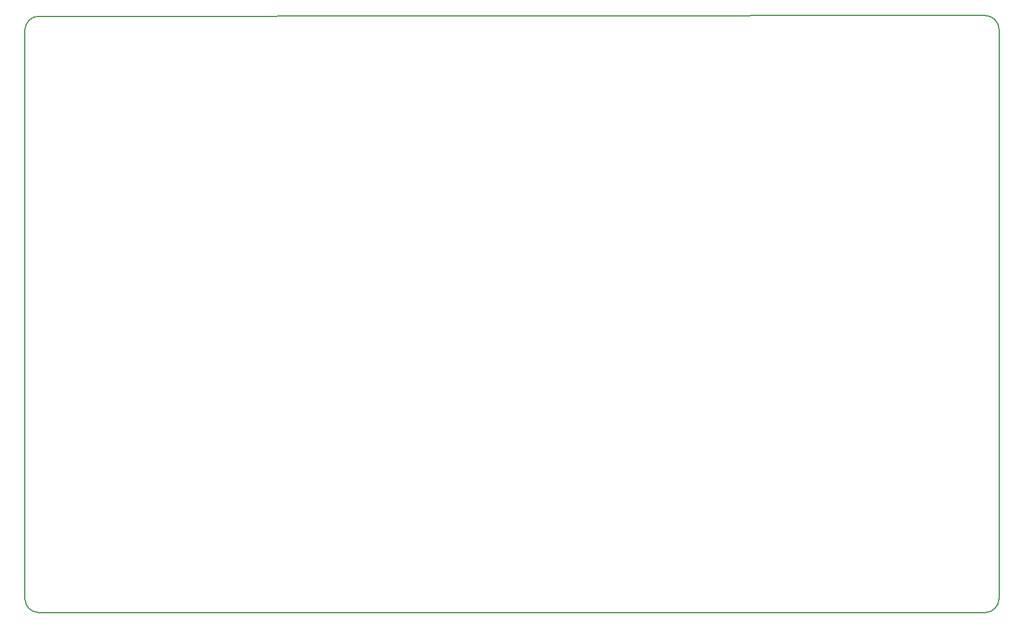
<source format=gm1>
G04 #@! TF.GenerationSoftware,KiCad,Pcbnew,5.1.6-c6e7f7d~87~ubuntu20.04.1*
G04 #@! TF.CreationDate,2020-09-15T10:48:53+07:00*
G04 #@! TF.ProjectId,pas-hw,7061732d-6877-42e6-9b69-6361645f7063,rev?*
G04 #@! TF.SameCoordinates,Original*
G04 #@! TF.FileFunction,Profile,NP*
%FSLAX46Y46*%
G04 Gerber Fmt 4.6, Leading zero omitted, Abs format (unit mm)*
G04 Created by KiCad (PCBNEW 5.1.6-c6e7f7d~87~ubuntu20.04.1) date 2020-09-15 10:48:53*
%MOMM*%
%LPD*%
G01*
G04 APERTURE LIST*
G04 #@! TA.AperFunction,Profile*
%ADD10C,0.150000*%
G04 #@! TD*
G04 APERTURE END LIST*
D10*
X40100001Y-126650000D02*
G75*
G02*
X38150000Y-124700000I49999J2000000D01*
G01*
X178050000Y-124700000D02*
G75*
G02*
X176100000Y-126650000I-2000000J50000D01*
G01*
X176100000Y-40850000D02*
G75*
G02*
X178050000Y-42800000I-50000J-2000000D01*
G01*
X38150000Y-42900000D02*
G75*
G02*
X40100000Y-40950000I2000000J-50000D01*
G01*
X38150000Y-124700000D02*
X38150000Y-42900000D01*
X176100000Y-126650000D02*
X40100000Y-126650000D01*
X178050000Y-42800000D02*
X178050000Y-124700000D01*
X40100000Y-40950000D02*
X176100000Y-40850000D01*
M02*

</source>
